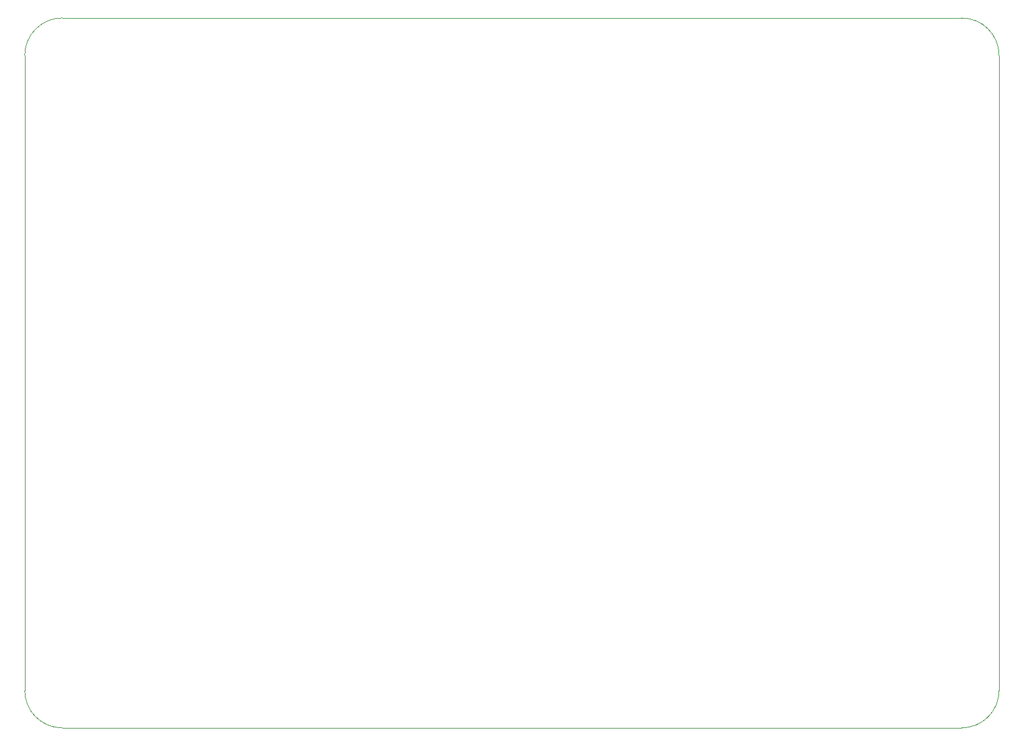
<source format=gm1>
%TF.GenerationSoftware,KiCad,Pcbnew,9.0.2*%
%TF.CreationDate,2025-08-22T10:20:50+02:00*%
%TF.ProjectId,HCP65 64 Pin Tester,48435036-3520-4363-9420-50696e205465,V1*%
%TF.SameCoordinates,Original*%
%TF.FileFunction,Profile,NP*%
%FSLAX46Y46*%
G04 Gerber Fmt 4.6, Leading zero omitted, Abs format (unit mm)*
G04 Created by KiCad (PCBNEW 9.0.2) date 2025-08-22 10:20:50*
%MOMM*%
%LPD*%
G01*
G04 APERTURE LIST*
%TA.AperFunction,Profile*%
%ADD10C,0.100000*%
%TD*%
G04 APERTURE END LIST*
D10*
X110185200Y-73660497D02*
X-12014195Y-73660000D01*
X115265200Y-68580000D02*
X115265200Y17780000D01*
X-11991814Y22861000D02*
X110185200Y22860000D01*
X-17094202Y-68580000D02*
X-17094200Y17780000D01*
X115265200Y-68579999D02*
G75*
G02*
X110185200Y-73660000I-5080000J-1D01*
G01*
X-12014202Y-73660000D02*
G75*
G02*
X-17094202Y-68580000I8J5080008D01*
G01*
X-17094200Y17780000D02*
G75*
G02*
X-11991814Y22861000I5081045J0D01*
G01*
X110185199Y22860000D02*
G75*
G02*
X115265200Y17780000I1J-5080000D01*
G01*
M02*

</source>
